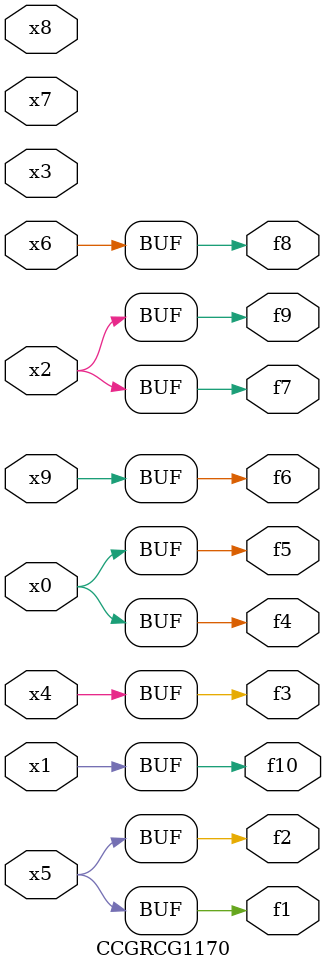
<source format=v>
module CCGRCG1170(
	input x0, x1, x2, x3, x4, x5, x6, x7, x8, x9,
	output f1, f2, f3, f4, f5, f6, f7, f8, f9, f10
);
	assign f1 = x5;
	assign f2 = x5;
	assign f3 = x4;
	assign f4 = x0;
	assign f5 = x0;
	assign f6 = x9;
	assign f7 = x2;
	assign f8 = x6;
	assign f9 = x2;
	assign f10 = x1;
endmodule

</source>
